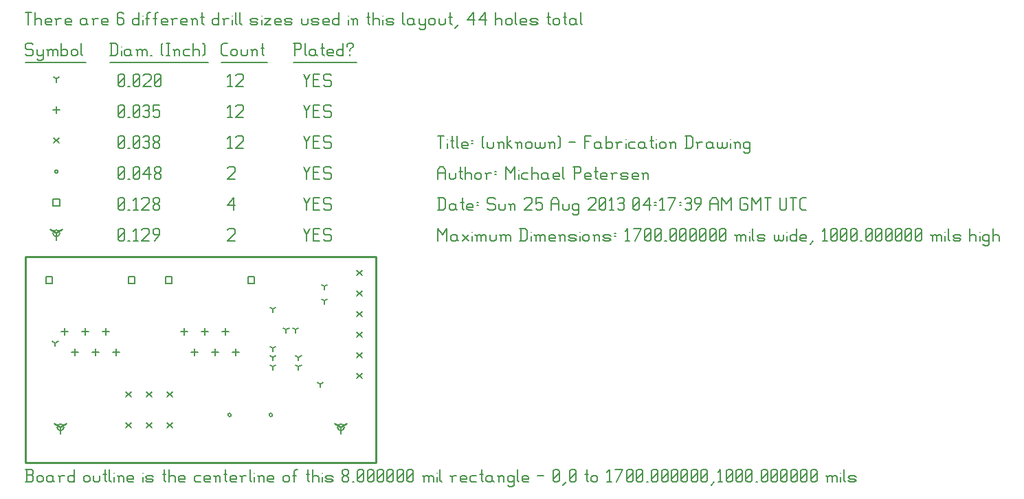
<source format=gbr>
G04 start of page 12 for group -3984 idx -3984 *
G04 Title: (unknown), fab *
G04 Creator: pcb 20110918 *
G04 CreationDate: Sun 25 Aug 2013 04:17:39 AM GMT UTC *
G04 For: railfan *
G04 Format: Gerber/RS-274X *
G04 PCB-Dimensions: 170000 100000 *
G04 PCB-Coordinate-Origin: lower left *
%MOIN*%
%FSLAX25Y25*%
%LNFAB*%
%ADD72C,0.0100*%
%ADD71C,0.0075*%
%ADD70C,0.0060*%
%ADD69C,0.0001*%
%ADD68R,0.0080X0.0080*%
G54D68*X153000Y17000D02*Y13800D01*
G54D69*G36*
X152454Y17147D02*X155920Y19146D01*
X156320Y18453D01*
X152853Y16454D01*
X152454Y17147D01*
G37*
G36*
X153147Y16454D02*X149680Y18453D01*
X150080Y19146D01*
X153546Y17147D01*
X153147Y16454D01*
G37*
G54D68*X151400Y17000D02*G75*G03X154600Y17000I1600J0D01*G01*
G75*G03X151400Y17000I-1600J0D01*G01*
X17000D02*Y13800D01*
G54D69*G36*
X16454Y17147D02*X19920Y19146D01*
X20320Y18453D01*
X16853Y16454D01*
X16454Y17147D01*
G37*
G36*
X17147Y16454D02*X13680Y18453D01*
X14080Y19146D01*
X17546Y17147D01*
X17147Y16454D01*
G37*
G54D68*X15400Y17000D02*G75*G03X18600Y17000I1600J0D01*G01*
G75*G03X15400Y17000I-1600J0D01*G01*
X15000Y111250D02*Y108050D01*
G54D69*G36*
X14454Y111397D02*X17920Y113396D01*
X18320Y112703D01*
X14853Y110704D01*
X14454Y111397D01*
G37*
G36*
X15147Y110704D02*X11680Y112703D01*
X12080Y113396D01*
X15546Y111397D01*
X15147Y110704D01*
G37*
G54D68*X13400Y111250D02*G75*G03X16600Y111250I1600J0D01*G01*
G75*G03X13400Y111250I-1600J0D01*G01*
G54D70*X135000Y113500D02*X136500Y110500D01*
X138000Y113500D01*
X136500Y110500D02*Y107500D01*
X139800Y110800D02*X142050D01*
X139800Y107500D02*X142800D01*
X139800Y113500D02*Y107500D01*
Y113500D02*X142800D01*
X147600D02*X148350Y112750D01*
X145350Y113500D02*X147600D01*
X144600Y112750D02*X145350Y113500D01*
X144600Y112750D02*Y111250D01*
X145350Y110500D01*
X147600D01*
X148350Y109750D01*
Y108250D01*
X147600Y107500D02*X148350Y108250D01*
X145350Y107500D02*X147600D01*
X144600Y108250D02*X145350Y107500D01*
X98000Y112750D02*X98750Y113500D01*
X101000D01*
X101750Y112750D01*
Y111250D01*
X98000Y107500D02*X101750Y111250D01*
X98000Y107500D02*X101750D01*
X45000Y108250D02*X45750Y107500D01*
X45000Y112750D02*Y108250D01*
Y112750D02*X45750Y113500D01*
X47250D01*
X48000Y112750D01*
Y108250D01*
X47250Y107500D02*X48000Y108250D01*
X45750Y107500D02*X47250D01*
X45000Y109000D02*X48000Y112000D01*
X49800Y107500D02*X50550D01*
X52350Y112300D02*X53550Y113500D01*
Y107500D01*
X52350D02*X54600D01*
X56400Y112750D02*X57150Y113500D01*
X59400D01*
X60150Y112750D01*
Y111250D01*
X56400Y107500D02*X60150Y111250D01*
X56400Y107500D02*X60150D01*
X62700D02*X64950Y110500D01*
Y112750D02*Y110500D01*
X64200Y113500D02*X64950Y112750D01*
X62700Y113500D02*X64200D01*
X61950Y112750D02*X62700Y113500D01*
X61950Y112750D02*Y111250D01*
X62700Y110500D01*
X64950D01*
X107900Y90100D02*X111100D01*
X107900D02*Y86900D01*
X111100D01*
Y90100D02*Y86900D01*
X67900Y90100D02*X71100D01*
X67900D02*Y86900D01*
X71100D01*
Y90100D02*Y86900D01*
X49900Y90100D02*X53100D01*
X49900D02*Y86900D01*
X53100D01*
Y90100D02*Y86900D01*
X9900Y90100D02*X13100D01*
X9900D02*Y86900D01*
X13100D01*
Y90100D02*Y86900D01*
X13400Y127850D02*X16600D01*
X13400D02*Y124650D01*
X16600D01*
Y127850D02*Y124650D01*
X135000Y128500D02*X136500Y125500D01*
X138000Y128500D01*
X136500Y125500D02*Y122500D01*
X139800Y125800D02*X142050D01*
X139800Y122500D02*X142800D01*
X139800Y128500D02*Y122500D01*
Y128500D02*X142800D01*
X147600D02*X148350Y127750D01*
X145350Y128500D02*X147600D01*
X144600Y127750D02*X145350Y128500D01*
X144600Y127750D02*Y126250D01*
X145350Y125500D01*
X147600D01*
X148350Y124750D01*
Y123250D01*
X147600Y122500D02*X148350Y123250D01*
X145350Y122500D02*X147600D01*
X144600Y123250D02*X145350Y122500D01*
X98000Y124750D02*X101000Y128500D01*
X98000Y124750D02*X101750D01*
X101000Y128500D02*Y122500D01*
X45000Y123250D02*X45750Y122500D01*
X45000Y127750D02*Y123250D01*
Y127750D02*X45750Y128500D01*
X47250D01*
X48000Y127750D01*
Y123250D01*
X47250Y122500D02*X48000Y123250D01*
X45750Y122500D02*X47250D01*
X45000Y124000D02*X48000Y127000D01*
X49800Y122500D02*X50550D01*
X52350Y127300D02*X53550Y128500D01*
Y122500D01*
X52350D02*X54600D01*
X56400Y127750D02*X57150Y128500D01*
X59400D01*
X60150Y127750D01*
Y126250D01*
X56400Y122500D02*X60150Y126250D01*
X56400Y122500D02*X60150D01*
X61950Y123250D02*X62700Y122500D01*
X61950Y124450D02*Y123250D01*
Y124450D02*X63000Y125500D01*
X63900D01*
X64950Y124450D01*
Y123250D01*
X64200Y122500D02*X64950Y123250D01*
X62700Y122500D02*X64200D01*
X61950Y126550D02*X63000Y125500D01*
X61950Y127750D02*Y126550D01*
Y127750D02*X62700Y128500D01*
X64200D01*
X64950Y127750D01*
Y126550D01*
X63900Y125500D02*X64950Y126550D01*
X98200Y23000D02*G75*G03X99800Y23000I800J0D01*G01*
G75*G03X98200Y23000I-800J0D01*G01*
X118200D02*G75*G03X119800Y23000I800J0D01*G01*
G75*G03X118200Y23000I-800J0D01*G01*
X14200Y141250D02*G75*G03X15800Y141250I800J0D01*G01*
G75*G03X14200Y141250I-800J0D01*G01*
X135000Y143500D02*X136500Y140500D01*
X138000Y143500D01*
X136500Y140500D02*Y137500D01*
X139800Y140800D02*X142050D01*
X139800Y137500D02*X142800D01*
X139800Y143500D02*Y137500D01*
Y143500D02*X142800D01*
X147600D02*X148350Y142750D01*
X145350Y143500D02*X147600D01*
X144600Y142750D02*X145350Y143500D01*
X144600Y142750D02*Y141250D01*
X145350Y140500D01*
X147600D01*
X148350Y139750D01*
Y138250D01*
X147600Y137500D02*X148350Y138250D01*
X145350Y137500D02*X147600D01*
X144600Y138250D02*X145350Y137500D01*
X98000Y142750D02*X98750Y143500D01*
X101000D01*
X101750Y142750D01*
Y141250D01*
X98000Y137500D02*X101750Y141250D01*
X98000Y137500D02*X101750D01*
X45000Y138250D02*X45750Y137500D01*
X45000Y142750D02*Y138250D01*
Y142750D02*X45750Y143500D01*
X47250D01*
X48000Y142750D01*
Y138250D01*
X47250Y137500D02*X48000Y138250D01*
X45750Y137500D02*X47250D01*
X45000Y139000D02*X48000Y142000D01*
X49800Y137500D02*X50550D01*
X52350Y138250D02*X53100Y137500D01*
X52350Y142750D02*Y138250D01*
Y142750D02*X53100Y143500D01*
X54600D01*
X55350Y142750D01*
Y138250D01*
X54600Y137500D02*X55350Y138250D01*
X53100Y137500D02*X54600D01*
X52350Y139000D02*X55350Y142000D01*
X57150Y139750D02*X60150Y143500D01*
X57150Y139750D02*X60900D01*
X60150Y143500D02*Y137500D01*
X62700Y138250D02*X63450Y137500D01*
X62700Y139450D02*Y138250D01*
Y139450D02*X63750Y140500D01*
X64650D01*
X65700Y139450D01*
Y138250D01*
X64950Y137500D02*X65700Y138250D01*
X63450Y137500D02*X64950D01*
X62700Y141550D02*X63750Y140500D01*
X62700Y142750D02*Y141550D01*
Y142750D02*X63450Y143500D01*
X64950D01*
X65700Y142750D01*
Y141550D01*
X64650Y140500D02*X65700Y141550D01*
X160800Y43200D02*X163200Y40800D01*
X160800D02*X163200Y43200D01*
X160800Y53200D02*X163200Y50800D01*
X160800D02*X163200Y53200D01*
X160800Y63200D02*X163200Y60800D01*
X160800D02*X163200Y63200D01*
X160800Y73200D02*X163200Y70800D01*
X160800D02*X163200Y73200D01*
X160800Y83200D02*X163200Y80800D01*
X160800D02*X163200Y83200D01*
X160800Y93200D02*X163200Y90800D01*
X160800D02*X163200Y93200D01*
X48800Y34200D02*X51200Y31800D01*
X48800D02*X51200Y34200D01*
X58800D02*X61200Y31800D01*
X58800D02*X61200Y34200D01*
X68800D02*X71200Y31800D01*
X68800D02*X71200Y34200D01*
X48800Y19200D02*X51200Y16800D01*
X48800D02*X51200Y19200D01*
X58800D02*X61200Y16800D01*
X58800D02*X61200Y19200D01*
X68800D02*X71200Y16800D01*
X68800D02*X71200Y19200D01*
X13800Y157450D02*X16200Y155050D01*
X13800D02*X16200Y157450D01*
X135000Y158500D02*X136500Y155500D01*
X138000Y158500D01*
X136500Y155500D02*Y152500D01*
X139800Y155800D02*X142050D01*
X139800Y152500D02*X142800D01*
X139800Y158500D02*Y152500D01*
Y158500D02*X142800D01*
X147600D02*X148350Y157750D01*
X145350Y158500D02*X147600D01*
X144600Y157750D02*X145350Y158500D01*
X144600Y157750D02*Y156250D01*
X145350Y155500D01*
X147600D01*
X148350Y154750D01*
Y153250D01*
X147600Y152500D02*X148350Y153250D01*
X145350Y152500D02*X147600D01*
X144600Y153250D02*X145350Y152500D01*
X98000Y157300D02*X99200Y158500D01*
Y152500D01*
X98000D02*X100250D01*
X102050Y157750D02*X102800Y158500D01*
X105050D01*
X105800Y157750D01*
Y156250D01*
X102050Y152500D02*X105800Y156250D01*
X102050Y152500D02*X105800D01*
X45000Y153250D02*X45750Y152500D01*
X45000Y157750D02*Y153250D01*
Y157750D02*X45750Y158500D01*
X47250D01*
X48000Y157750D01*
Y153250D01*
X47250Y152500D02*X48000Y153250D01*
X45750Y152500D02*X47250D01*
X45000Y154000D02*X48000Y157000D01*
X49800Y152500D02*X50550D01*
X52350Y153250D02*X53100Y152500D01*
X52350Y157750D02*Y153250D01*
Y157750D02*X53100Y158500D01*
X54600D01*
X55350Y157750D01*
Y153250D01*
X54600Y152500D02*X55350Y153250D01*
X53100Y152500D02*X54600D01*
X52350Y154000D02*X55350Y157000D01*
X57150Y157750D02*X57900Y158500D01*
X59400D01*
X60150Y157750D01*
X59400Y152500D02*X60150Y153250D01*
X57900Y152500D02*X59400D01*
X57150Y153250D02*X57900Y152500D01*
Y155800D02*X59400D01*
X60150Y157750D02*Y156550D01*
Y155050D02*Y153250D01*
Y155050D02*X59400Y155800D01*
X60150Y156550D02*X59400Y155800D01*
X61950Y153250D02*X62700Y152500D01*
X61950Y154450D02*Y153250D01*
Y154450D02*X63000Y155500D01*
X63900D01*
X64950Y154450D01*
Y153250D01*
X64200Y152500D02*X64950Y153250D01*
X62700Y152500D02*X64200D01*
X61950Y156550D02*X63000Y155500D01*
X61950Y157750D02*Y156550D01*
Y157750D02*X62700Y158500D01*
X64200D01*
X64950Y157750D01*
Y156550D01*
X63900Y155500D02*X64950Y156550D01*
X102000Y55100D02*Y51900D01*
X100400Y53500D02*X103600D01*
X97000Y65100D02*Y61900D01*
X95400Y63500D02*X98600D01*
X92000Y55100D02*Y51900D01*
X90400Y53500D02*X93600D01*
X87000Y65100D02*Y61900D01*
X85400Y63500D02*X88600D01*
X82000Y55100D02*Y51900D01*
X80400Y53500D02*X83600D01*
X77000Y65100D02*Y61900D01*
X75400Y63500D02*X78600D01*
X44000Y55100D02*Y51900D01*
X42400Y53500D02*X45600D01*
X39000Y65100D02*Y61900D01*
X37400Y63500D02*X40600D01*
X34000Y55100D02*Y51900D01*
X32400Y53500D02*X35600D01*
X29000Y65100D02*Y61900D01*
X27400Y63500D02*X30600D01*
X24000Y55100D02*Y51900D01*
X22400Y53500D02*X25600D01*
X19000Y65100D02*Y61900D01*
X17400Y63500D02*X20600D01*
X15000Y172850D02*Y169650D01*
X13400Y171250D02*X16600D01*
X135000Y173500D02*X136500Y170500D01*
X138000Y173500D01*
X136500Y170500D02*Y167500D01*
X139800Y170800D02*X142050D01*
X139800Y167500D02*X142800D01*
X139800Y173500D02*Y167500D01*
Y173500D02*X142800D01*
X147600D02*X148350Y172750D01*
X145350Y173500D02*X147600D01*
X144600Y172750D02*X145350Y173500D01*
X144600Y172750D02*Y171250D01*
X145350Y170500D01*
X147600D01*
X148350Y169750D01*
Y168250D01*
X147600Y167500D02*X148350Y168250D01*
X145350Y167500D02*X147600D01*
X144600Y168250D02*X145350Y167500D01*
X98000Y172300D02*X99200Y173500D01*
Y167500D01*
X98000D02*X100250D01*
X102050Y172750D02*X102800Y173500D01*
X105050D01*
X105800Y172750D01*
Y171250D01*
X102050Y167500D02*X105800Y171250D01*
X102050Y167500D02*X105800D01*
X45000Y168250D02*X45750Y167500D01*
X45000Y172750D02*Y168250D01*
Y172750D02*X45750Y173500D01*
X47250D01*
X48000Y172750D01*
Y168250D01*
X47250Y167500D02*X48000Y168250D01*
X45750Y167500D02*X47250D01*
X45000Y169000D02*X48000Y172000D01*
X49800Y167500D02*X50550D01*
X52350Y168250D02*X53100Y167500D01*
X52350Y172750D02*Y168250D01*
Y172750D02*X53100Y173500D01*
X54600D01*
X55350Y172750D01*
Y168250D01*
X54600Y167500D02*X55350Y168250D01*
X53100Y167500D02*X54600D01*
X52350Y169000D02*X55350Y172000D01*
X57150Y172750D02*X57900Y173500D01*
X59400D01*
X60150Y172750D01*
X59400Y167500D02*X60150Y168250D01*
X57900Y167500D02*X59400D01*
X57150Y168250D02*X57900Y167500D01*
Y170800D02*X59400D01*
X60150Y172750D02*Y171550D01*
Y170050D02*Y168250D01*
Y170050D02*X59400Y170800D01*
X60150Y171550D02*X59400Y170800D01*
X61950Y173500D02*X64950D01*
X61950D02*Y170500D01*
X62700Y171250D01*
X64200D01*
X64950Y170500D01*
Y168250D01*
X64200Y167500D02*X64950Y168250D01*
X62700Y167500D02*X64200D01*
X61950Y168250D02*X62700Y167500D01*
X143000Y38000D02*Y36400D01*
Y38000D02*X144387Y38800D01*
X143000Y38000D02*X141613Y38800D01*
X132500Y51000D02*Y49400D01*
Y51000D02*X133887Y51800D01*
X132500Y51000D02*X131113Y51800D01*
X120000Y74500D02*Y72900D01*
Y74500D02*X121387Y75300D01*
X120000Y74500D02*X118613Y75300D01*
X126500Y64500D02*Y62900D01*
Y64500D02*X127887Y65300D01*
X126500Y64500D02*X125113Y65300D01*
X131000Y64500D02*Y62900D01*
Y64500D02*X132387Y65300D01*
X131000Y64500D02*X129613Y65300D01*
X145000Y78500D02*Y76900D01*
Y78500D02*X146387Y79300D01*
X145000Y78500D02*X143613Y79300D01*
X145000Y85500D02*Y83900D01*
Y85500D02*X146387Y86300D01*
X145000Y85500D02*X143613Y86300D01*
X14500Y58000D02*Y56400D01*
Y58000D02*X15887Y58800D01*
X14500Y58000D02*X13113Y58800D01*
X120000Y51000D02*Y49400D01*
Y51000D02*X121387Y51800D01*
X120000Y51000D02*X118613Y51800D01*
X120000Y46500D02*Y44900D01*
Y46500D02*X121387Y47300D01*
X120000Y46500D02*X118613Y47300D01*
X120000Y55500D02*Y53900D01*
Y55500D02*X121387Y56300D01*
X120000Y55500D02*X118613Y56300D01*
X132500Y46500D02*Y44900D01*
Y46500D02*X133887Y47300D01*
X132500Y46500D02*X131113Y47300D01*
X15000Y186250D02*Y184650D01*
Y186250D02*X16387Y187050D01*
X15000Y186250D02*X13613Y187050D01*
X135000Y188500D02*X136500Y185500D01*
X138000Y188500D01*
X136500Y185500D02*Y182500D01*
X139800Y185800D02*X142050D01*
X139800Y182500D02*X142800D01*
X139800Y188500D02*Y182500D01*
Y188500D02*X142800D01*
X147600D02*X148350Y187750D01*
X145350Y188500D02*X147600D01*
X144600Y187750D02*X145350Y188500D01*
X144600Y187750D02*Y186250D01*
X145350Y185500D01*
X147600D01*
X148350Y184750D01*
Y183250D01*
X147600Y182500D02*X148350Y183250D01*
X145350Y182500D02*X147600D01*
X144600Y183250D02*X145350Y182500D01*
X98000Y187300D02*X99200Y188500D01*
Y182500D01*
X98000D02*X100250D01*
X102050Y187750D02*X102800Y188500D01*
X105050D01*
X105800Y187750D01*
Y186250D01*
X102050Y182500D02*X105800Y186250D01*
X102050Y182500D02*X105800D01*
X45000Y183250D02*X45750Y182500D01*
X45000Y187750D02*Y183250D01*
Y187750D02*X45750Y188500D01*
X47250D01*
X48000Y187750D01*
Y183250D01*
X47250Y182500D02*X48000Y183250D01*
X45750Y182500D02*X47250D01*
X45000Y184000D02*X48000Y187000D01*
X49800Y182500D02*X50550D01*
X52350Y183250D02*X53100Y182500D01*
X52350Y187750D02*Y183250D01*
Y187750D02*X53100Y188500D01*
X54600D01*
X55350Y187750D01*
Y183250D01*
X54600Y182500D02*X55350Y183250D01*
X53100Y182500D02*X54600D01*
X52350Y184000D02*X55350Y187000D01*
X57150Y187750D02*X57900Y188500D01*
X60150D01*
X60900Y187750D01*
Y186250D01*
X57150Y182500D02*X60900Y186250D01*
X57150Y182500D02*X60900D01*
X62700Y183250D02*X63450Y182500D01*
X62700Y187750D02*Y183250D01*
Y187750D02*X63450Y188500D01*
X64950D01*
X65700Y187750D01*
Y183250D01*
X64950Y182500D02*X65700Y183250D01*
X63450Y182500D02*X64950D01*
X62700Y184000D02*X65700Y187000D01*
X3000Y203500D02*X3750Y202750D01*
X750Y203500D02*X3000D01*
X0Y202750D02*X750Y203500D01*
X0Y202750D02*Y201250D01*
X750Y200500D01*
X3000D01*
X3750Y199750D01*
Y198250D01*
X3000Y197500D02*X3750Y198250D01*
X750Y197500D02*X3000D01*
X0Y198250D02*X750Y197500D01*
X5550Y200500D02*Y198250D01*
X6300Y197500D01*
X8550Y200500D02*Y196000D01*
X7800Y195250D02*X8550Y196000D01*
X6300Y195250D02*X7800D01*
X5550Y196000D02*X6300Y195250D01*
Y197500D02*X7800D01*
X8550Y198250D01*
X11100Y199750D02*Y197500D01*
Y199750D02*X11850Y200500D01*
X12600D01*
X13350Y199750D01*
Y197500D01*
Y199750D02*X14100Y200500D01*
X14850D01*
X15600Y199750D01*
Y197500D01*
X10350Y200500D02*X11100Y199750D01*
X17400Y203500D02*Y197500D01*
Y198250D02*X18150Y197500D01*
X19650D01*
X20400Y198250D01*
Y199750D02*Y198250D01*
X19650Y200500D02*X20400Y199750D01*
X18150Y200500D02*X19650D01*
X17400Y199750D02*X18150Y200500D01*
X22200Y199750D02*Y198250D01*
Y199750D02*X22950Y200500D01*
X24450D01*
X25200Y199750D01*
Y198250D01*
X24450Y197500D02*X25200Y198250D01*
X22950Y197500D02*X24450D01*
X22200Y198250D02*X22950Y197500D01*
X27000Y203500D02*Y198250D01*
X27750Y197500D01*
X0Y194250D02*X29250D01*
X41750Y203500D02*Y197500D01*
X43700Y203500D02*X44750Y202450D01*
Y198550D01*
X43700Y197500D02*X44750Y198550D01*
X41000Y197500D02*X43700D01*
X41000Y203500D02*X43700D01*
G54D71*X46550Y202000D02*Y201850D01*
G54D70*Y199750D02*Y197500D01*
X50300Y200500D02*X51050Y199750D01*
X48800Y200500D02*X50300D01*
X48050Y199750D02*X48800Y200500D01*
X48050Y199750D02*Y198250D01*
X48800Y197500D01*
X51050Y200500D02*Y198250D01*
X51800Y197500D01*
X48800D02*X50300D01*
X51050Y198250D01*
X54350Y199750D02*Y197500D01*
Y199750D02*X55100Y200500D01*
X55850D01*
X56600Y199750D01*
Y197500D01*
Y199750D02*X57350Y200500D01*
X58100D01*
X58850Y199750D01*
Y197500D01*
X53600Y200500D02*X54350Y199750D01*
X60650Y197500D02*X61400D01*
X65900Y198250D02*X66650Y197500D01*
X65900Y202750D02*X66650Y203500D01*
X65900Y202750D02*Y198250D01*
X68450Y203500D02*X69950D01*
X69200D02*Y197500D01*
X68450D02*X69950D01*
X72500Y199750D02*Y197500D01*
Y199750D02*X73250Y200500D01*
X74000D01*
X74750Y199750D01*
Y197500D01*
X71750Y200500D02*X72500Y199750D01*
X77300Y200500D02*X79550D01*
X76550Y199750D02*X77300Y200500D01*
X76550Y199750D02*Y198250D01*
X77300Y197500D01*
X79550D01*
X81350Y203500D02*Y197500D01*
Y199750D02*X82100Y200500D01*
X83600D01*
X84350Y199750D01*
Y197500D01*
X86150Y203500D02*X86900Y202750D01*
Y198250D01*
X86150Y197500D02*X86900Y198250D01*
X41000Y194250D02*X88700D01*
X96050Y197500D02*X98000D01*
X95000Y198550D02*X96050Y197500D01*
X95000Y202450D02*Y198550D01*
Y202450D02*X96050Y203500D01*
X98000D01*
X99800Y199750D02*Y198250D01*
Y199750D02*X100550Y200500D01*
X102050D01*
X102800Y199750D01*
Y198250D01*
X102050Y197500D02*X102800Y198250D01*
X100550Y197500D02*X102050D01*
X99800Y198250D02*X100550Y197500D01*
X104600Y200500D02*Y198250D01*
X105350Y197500D01*
X106850D01*
X107600Y198250D01*
Y200500D02*Y198250D01*
X110150Y199750D02*Y197500D01*
Y199750D02*X110900Y200500D01*
X111650D01*
X112400Y199750D01*
Y197500D01*
X109400Y200500D02*X110150Y199750D01*
X114950Y203500D02*Y198250D01*
X115700Y197500D01*
X114200Y201250D02*X115700D01*
X95000Y194250D02*X117200D01*
X130750Y203500D02*Y197500D01*
X130000Y203500D02*X133000D01*
X133750Y202750D01*
Y201250D01*
X133000Y200500D02*X133750Y201250D01*
X130750Y200500D02*X133000D01*
X135550Y203500D02*Y198250D01*
X136300Y197500D01*
X140050Y200500D02*X140800Y199750D01*
X138550Y200500D02*X140050D01*
X137800Y199750D02*X138550Y200500D01*
X137800Y199750D02*Y198250D01*
X138550Y197500D01*
X140800Y200500D02*Y198250D01*
X141550Y197500D01*
X138550D02*X140050D01*
X140800Y198250D01*
X144100Y203500D02*Y198250D01*
X144850Y197500D01*
X143350Y201250D02*X144850D01*
X147100Y197500D02*X149350D01*
X146350Y198250D02*X147100Y197500D01*
X146350Y199750D02*Y198250D01*
Y199750D02*X147100Y200500D01*
X148600D01*
X149350Y199750D01*
X146350Y199000D02*X149350D01*
Y199750D02*Y199000D01*
X154150Y203500D02*Y197500D01*
X153400D02*X154150Y198250D01*
X151900Y197500D02*X153400D01*
X151150Y198250D02*X151900Y197500D01*
X151150Y199750D02*Y198250D01*
Y199750D02*X151900Y200500D01*
X153400D01*
X154150Y199750D01*
X157450Y200500D02*Y199750D01*
Y198250D02*Y197500D01*
X155950Y202750D02*Y202000D01*
Y202750D02*X156700Y203500D01*
X158200D01*
X158950Y202750D01*
Y202000D01*
X157450Y200500D02*X158950Y202000D01*
X130000Y194250D02*X160750D01*
X0Y218500D02*X3000D01*
X1500D02*Y212500D01*
X4800Y218500D02*Y212500D01*
Y214750D02*X5550Y215500D01*
X7050D01*
X7800Y214750D01*
Y212500D01*
X10350D02*X12600D01*
X9600Y213250D02*X10350Y212500D01*
X9600Y214750D02*Y213250D01*
Y214750D02*X10350Y215500D01*
X11850D01*
X12600Y214750D01*
X9600Y214000D02*X12600D01*
Y214750D02*Y214000D01*
X15150Y214750D02*Y212500D01*
Y214750D02*X15900Y215500D01*
X17400D01*
X14400D02*X15150Y214750D01*
X19950Y212500D02*X22200D01*
X19200Y213250D02*X19950Y212500D01*
X19200Y214750D02*Y213250D01*
Y214750D02*X19950Y215500D01*
X21450D01*
X22200Y214750D01*
X19200Y214000D02*X22200D01*
Y214750D02*Y214000D01*
X28950Y215500D02*X29700Y214750D01*
X27450Y215500D02*X28950D01*
X26700Y214750D02*X27450Y215500D01*
X26700Y214750D02*Y213250D01*
X27450Y212500D01*
X29700Y215500D02*Y213250D01*
X30450Y212500D01*
X27450D02*X28950D01*
X29700Y213250D01*
X33000Y214750D02*Y212500D01*
Y214750D02*X33750Y215500D01*
X35250D01*
X32250D02*X33000Y214750D01*
X37800Y212500D02*X40050D01*
X37050Y213250D02*X37800Y212500D01*
X37050Y214750D02*Y213250D01*
Y214750D02*X37800Y215500D01*
X39300D01*
X40050Y214750D01*
X37050Y214000D02*X40050D01*
Y214750D02*Y214000D01*
X46800Y218500D02*X47550Y217750D01*
X45300Y218500D02*X46800D01*
X44550Y217750D02*X45300Y218500D01*
X44550Y217750D02*Y213250D01*
X45300Y212500D01*
X46800Y215800D02*X47550Y215050D01*
X44550Y215800D02*X46800D01*
X45300Y212500D02*X46800D01*
X47550Y213250D01*
Y215050D02*Y213250D01*
X55050Y218500D02*Y212500D01*
X54300D02*X55050Y213250D01*
X52800Y212500D02*X54300D01*
X52050Y213250D02*X52800Y212500D01*
X52050Y214750D02*Y213250D01*
Y214750D02*X52800Y215500D01*
X54300D01*
X55050Y214750D01*
G54D71*X56850Y217000D02*Y216850D01*
G54D70*Y214750D02*Y212500D01*
X59100Y217750D02*Y212500D01*
Y217750D02*X59850Y218500D01*
X60600D01*
X58350Y215500D02*X59850D01*
X62850Y217750D02*Y212500D01*
Y217750D02*X63600Y218500D01*
X64350D01*
X62100Y215500D02*X63600D01*
X66600Y212500D02*X68850D01*
X65850Y213250D02*X66600Y212500D01*
X65850Y214750D02*Y213250D01*
Y214750D02*X66600Y215500D01*
X68100D01*
X68850Y214750D01*
X65850Y214000D02*X68850D01*
Y214750D02*Y214000D01*
X71400Y214750D02*Y212500D01*
Y214750D02*X72150Y215500D01*
X73650D01*
X70650D02*X71400Y214750D01*
X76200Y212500D02*X78450D01*
X75450Y213250D02*X76200Y212500D01*
X75450Y214750D02*Y213250D01*
Y214750D02*X76200Y215500D01*
X77700D01*
X78450Y214750D01*
X75450Y214000D02*X78450D01*
Y214750D02*Y214000D01*
X81000Y214750D02*Y212500D01*
Y214750D02*X81750Y215500D01*
X82500D01*
X83250Y214750D01*
Y212500D01*
X80250Y215500D02*X81000Y214750D01*
X85800Y218500D02*Y213250D01*
X86550Y212500D01*
X85050Y216250D02*X86550D01*
X93750Y218500D02*Y212500D01*
X93000D02*X93750Y213250D01*
X91500Y212500D02*X93000D01*
X90750Y213250D02*X91500Y212500D01*
X90750Y214750D02*Y213250D01*
Y214750D02*X91500Y215500D01*
X93000D01*
X93750Y214750D01*
X96300D02*Y212500D01*
Y214750D02*X97050Y215500D01*
X98550D01*
X95550D02*X96300Y214750D01*
G54D71*X100350Y217000D02*Y216850D01*
G54D70*Y214750D02*Y212500D01*
X101850Y218500D02*Y213250D01*
X102600Y212500D01*
X104100Y218500D02*Y213250D01*
X104850Y212500D01*
X109800D02*X112050D01*
X112800Y213250D01*
X112050Y214000D02*X112800Y213250D01*
X109800Y214000D02*X112050D01*
X109050Y214750D02*X109800Y214000D01*
X109050Y214750D02*X109800Y215500D01*
X112050D01*
X112800Y214750D01*
X109050Y213250D02*X109800Y212500D01*
G54D71*X114600Y217000D02*Y216850D01*
G54D70*Y214750D02*Y212500D01*
X116100Y215500D02*X119100D01*
X116100Y212500D02*X119100Y215500D01*
X116100Y212500D02*X119100D01*
X121650D02*X123900D01*
X120900Y213250D02*X121650Y212500D01*
X120900Y214750D02*Y213250D01*
Y214750D02*X121650Y215500D01*
X123150D01*
X123900Y214750D01*
X120900Y214000D02*X123900D01*
Y214750D02*Y214000D01*
X126450Y212500D02*X128700D01*
X129450Y213250D01*
X128700Y214000D02*X129450Y213250D01*
X126450Y214000D02*X128700D01*
X125700Y214750D02*X126450Y214000D01*
X125700Y214750D02*X126450Y215500D01*
X128700D01*
X129450Y214750D01*
X125700Y213250D02*X126450Y212500D01*
X133950Y215500D02*Y213250D01*
X134700Y212500D01*
X136200D01*
X136950Y213250D01*
Y215500D02*Y213250D01*
X139500Y212500D02*X141750D01*
X142500Y213250D01*
X141750Y214000D02*X142500Y213250D01*
X139500Y214000D02*X141750D01*
X138750Y214750D02*X139500Y214000D01*
X138750Y214750D02*X139500Y215500D01*
X141750D01*
X142500Y214750D01*
X138750Y213250D02*X139500Y212500D01*
X145050D02*X147300D01*
X144300Y213250D02*X145050Y212500D01*
X144300Y214750D02*Y213250D01*
Y214750D02*X145050Y215500D01*
X146550D01*
X147300Y214750D01*
X144300Y214000D02*X147300D01*
Y214750D02*Y214000D01*
X152100Y218500D02*Y212500D01*
X151350D02*X152100Y213250D01*
X149850Y212500D02*X151350D01*
X149100Y213250D02*X149850Y212500D01*
X149100Y214750D02*Y213250D01*
Y214750D02*X149850Y215500D01*
X151350D01*
X152100Y214750D01*
G54D71*X156600Y217000D02*Y216850D01*
G54D70*Y214750D02*Y212500D01*
X158850Y214750D02*Y212500D01*
Y214750D02*X159600Y215500D01*
X160350D01*
X161100Y214750D01*
Y212500D01*
X158100Y215500D02*X158850Y214750D01*
X166350Y218500D02*Y213250D01*
X167100Y212500D01*
X165600Y216250D02*X167100D01*
X168600Y218500D02*Y212500D01*
Y214750D02*X169350Y215500D01*
X170850D01*
X171600Y214750D01*
Y212500D01*
G54D71*X173400Y217000D02*Y216850D01*
G54D70*Y214750D02*Y212500D01*
X175650D02*X177900D01*
X178650Y213250D01*
X177900Y214000D02*X178650Y213250D01*
X175650Y214000D02*X177900D01*
X174900Y214750D02*X175650Y214000D01*
X174900Y214750D02*X175650Y215500D01*
X177900D01*
X178650Y214750D01*
X174900Y213250D02*X175650Y212500D01*
X183150Y218500D02*Y213250D01*
X183900Y212500D01*
X187650Y215500D02*X188400Y214750D01*
X186150Y215500D02*X187650D01*
X185400Y214750D02*X186150Y215500D01*
X185400Y214750D02*Y213250D01*
X186150Y212500D01*
X188400Y215500D02*Y213250D01*
X189150Y212500D01*
X186150D02*X187650D01*
X188400Y213250D01*
X190950Y215500D02*Y213250D01*
X191700Y212500D01*
X193950Y215500D02*Y211000D01*
X193200Y210250D02*X193950Y211000D01*
X191700Y210250D02*X193200D01*
X190950Y211000D02*X191700Y210250D01*
Y212500D02*X193200D01*
X193950Y213250D01*
X195750Y214750D02*Y213250D01*
Y214750D02*X196500Y215500D01*
X198000D01*
X198750Y214750D01*
Y213250D01*
X198000Y212500D02*X198750Y213250D01*
X196500Y212500D02*X198000D01*
X195750Y213250D02*X196500Y212500D01*
X200550Y215500D02*Y213250D01*
X201300Y212500D01*
X202800D01*
X203550Y213250D01*
Y215500D02*Y213250D01*
X206100Y218500D02*Y213250D01*
X206850Y212500D01*
X205350Y216250D02*X206850D01*
X208350Y211000D02*X209850Y212500D01*
X214350Y214750D02*X217350Y218500D01*
X214350Y214750D02*X218100D01*
X217350Y218500D02*Y212500D01*
X219900Y214750D02*X222900Y218500D01*
X219900Y214750D02*X223650D01*
X222900Y218500D02*Y212500D01*
X228150Y218500D02*Y212500D01*
Y214750D02*X228900Y215500D01*
X230400D01*
X231150Y214750D01*
Y212500D01*
X232950Y214750D02*Y213250D01*
Y214750D02*X233700Y215500D01*
X235200D01*
X235950Y214750D01*
Y213250D01*
X235200Y212500D02*X235950Y213250D01*
X233700Y212500D02*X235200D01*
X232950Y213250D02*X233700Y212500D01*
X237750Y218500D02*Y213250D01*
X238500Y212500D01*
X240750D02*X243000D01*
X240000Y213250D02*X240750Y212500D01*
X240000Y214750D02*Y213250D01*
Y214750D02*X240750Y215500D01*
X242250D01*
X243000Y214750D01*
X240000Y214000D02*X243000D01*
Y214750D02*Y214000D01*
X245550Y212500D02*X247800D01*
X248550Y213250D01*
X247800Y214000D02*X248550Y213250D01*
X245550Y214000D02*X247800D01*
X244800Y214750D02*X245550Y214000D01*
X244800Y214750D02*X245550Y215500D01*
X247800D01*
X248550Y214750D01*
X244800Y213250D02*X245550Y212500D01*
X253800Y218500D02*Y213250D01*
X254550Y212500D01*
X253050Y216250D02*X254550D01*
X256050Y214750D02*Y213250D01*
Y214750D02*X256800Y215500D01*
X258300D01*
X259050Y214750D01*
Y213250D01*
X258300Y212500D02*X259050Y213250D01*
X256800Y212500D02*X258300D01*
X256050Y213250D02*X256800Y212500D01*
X261600Y218500D02*Y213250D01*
X262350Y212500D01*
X260850Y216250D02*X262350D01*
X266100Y215500D02*X266850Y214750D01*
X264600Y215500D02*X266100D01*
X263850Y214750D02*X264600Y215500D01*
X263850Y214750D02*Y213250D01*
X264600Y212500D01*
X266850Y215500D02*Y213250D01*
X267600Y212500D01*
X264600D02*X266100D01*
X266850Y213250D01*
X269400Y218500D02*Y213250D01*
X270150Y212500D01*
G54D72*X0Y100000D02*X170000D01*
X0D02*Y0D01*
X170000Y100000D02*Y0D01*
X0D02*X170000D01*
G54D70*X200000Y113500D02*Y107500D01*
Y113500D02*X202250Y110500D01*
X204500Y113500D01*
Y107500D01*
X208550Y110500D02*X209300Y109750D01*
X207050Y110500D02*X208550D01*
X206300Y109750D02*X207050Y110500D01*
X206300Y109750D02*Y108250D01*
X207050Y107500D01*
X209300Y110500D02*Y108250D01*
X210050Y107500D01*
X207050D02*X208550D01*
X209300Y108250D01*
X211850Y110500D02*X214850Y107500D01*
X211850D02*X214850Y110500D01*
G54D71*X216650Y112000D02*Y111850D01*
G54D70*Y109750D02*Y107500D01*
X218900Y109750D02*Y107500D01*
Y109750D02*X219650Y110500D01*
X220400D01*
X221150Y109750D01*
Y107500D01*
Y109750D02*X221900Y110500D01*
X222650D01*
X223400Y109750D01*
Y107500D01*
X218150Y110500D02*X218900Y109750D01*
X225200Y110500D02*Y108250D01*
X225950Y107500D01*
X227450D01*
X228200Y108250D01*
Y110500D02*Y108250D01*
X230750Y109750D02*Y107500D01*
Y109750D02*X231500Y110500D01*
X232250D01*
X233000Y109750D01*
Y107500D01*
Y109750D02*X233750Y110500D01*
X234500D01*
X235250Y109750D01*
Y107500D01*
X230000Y110500D02*X230750Y109750D01*
X240500Y113500D02*Y107500D01*
X242450Y113500D02*X243500Y112450D01*
Y108550D01*
X242450Y107500D02*X243500Y108550D01*
X239750Y107500D02*X242450D01*
X239750Y113500D02*X242450D01*
G54D71*X245300Y112000D02*Y111850D01*
G54D70*Y109750D02*Y107500D01*
X247550Y109750D02*Y107500D01*
Y109750D02*X248300Y110500D01*
X249050D01*
X249800Y109750D01*
Y107500D01*
Y109750D02*X250550Y110500D01*
X251300D01*
X252050Y109750D01*
Y107500D01*
X246800Y110500D02*X247550Y109750D01*
X254600Y107500D02*X256850D01*
X253850Y108250D02*X254600Y107500D01*
X253850Y109750D02*Y108250D01*
Y109750D02*X254600Y110500D01*
X256100D01*
X256850Y109750D01*
X253850Y109000D02*X256850D01*
Y109750D02*Y109000D01*
X259400Y109750D02*Y107500D01*
Y109750D02*X260150Y110500D01*
X260900D01*
X261650Y109750D01*
Y107500D01*
X258650Y110500D02*X259400Y109750D01*
X264200Y107500D02*X266450D01*
X267200Y108250D01*
X266450Y109000D02*X267200Y108250D01*
X264200Y109000D02*X266450D01*
X263450Y109750D02*X264200Y109000D01*
X263450Y109750D02*X264200Y110500D01*
X266450D01*
X267200Y109750D01*
X263450Y108250D02*X264200Y107500D01*
G54D71*X269000Y112000D02*Y111850D01*
G54D70*Y109750D02*Y107500D01*
X270500Y109750D02*Y108250D01*
Y109750D02*X271250Y110500D01*
X272750D01*
X273500Y109750D01*
Y108250D01*
X272750Y107500D02*X273500Y108250D01*
X271250Y107500D02*X272750D01*
X270500Y108250D02*X271250Y107500D01*
X276050Y109750D02*Y107500D01*
Y109750D02*X276800Y110500D01*
X277550D01*
X278300Y109750D01*
Y107500D01*
X275300Y110500D02*X276050Y109750D01*
X280850Y107500D02*X283100D01*
X283850Y108250D01*
X283100Y109000D02*X283850Y108250D01*
X280850Y109000D02*X283100D01*
X280100Y109750D02*X280850Y109000D01*
X280100Y109750D02*X280850Y110500D01*
X283100D01*
X283850Y109750D01*
X280100Y108250D02*X280850Y107500D01*
X285650Y111250D02*X286400D01*
X285650Y109750D02*X286400D01*
X290900Y112300D02*X292100Y113500D01*
Y107500D01*
X290900D02*X293150D01*
X295700D02*X298700Y113500D01*
X294950D02*X298700D01*
X300500Y108250D02*X301250Y107500D01*
X300500Y112750D02*Y108250D01*
Y112750D02*X301250Y113500D01*
X302750D01*
X303500Y112750D01*
Y108250D01*
X302750Y107500D02*X303500Y108250D01*
X301250Y107500D02*X302750D01*
X300500Y109000D02*X303500Y112000D01*
X305300Y108250D02*X306050Y107500D01*
X305300Y112750D02*Y108250D01*
Y112750D02*X306050Y113500D01*
X307550D01*
X308300Y112750D01*
Y108250D01*
X307550Y107500D02*X308300Y108250D01*
X306050Y107500D02*X307550D01*
X305300Y109000D02*X308300Y112000D01*
X310100Y107500D02*X310850D01*
X312650Y108250D02*X313400Y107500D01*
X312650Y112750D02*Y108250D01*
Y112750D02*X313400Y113500D01*
X314900D01*
X315650Y112750D01*
Y108250D01*
X314900Y107500D02*X315650Y108250D01*
X313400Y107500D02*X314900D01*
X312650Y109000D02*X315650Y112000D01*
X317450Y108250D02*X318200Y107500D01*
X317450Y112750D02*Y108250D01*
Y112750D02*X318200Y113500D01*
X319700D01*
X320450Y112750D01*
Y108250D01*
X319700Y107500D02*X320450Y108250D01*
X318200Y107500D02*X319700D01*
X317450Y109000D02*X320450Y112000D01*
X322250Y108250D02*X323000Y107500D01*
X322250Y112750D02*Y108250D01*
Y112750D02*X323000Y113500D01*
X324500D01*
X325250Y112750D01*
Y108250D01*
X324500Y107500D02*X325250Y108250D01*
X323000Y107500D02*X324500D01*
X322250Y109000D02*X325250Y112000D01*
X327050Y108250D02*X327800Y107500D01*
X327050Y112750D02*Y108250D01*
Y112750D02*X327800Y113500D01*
X329300D01*
X330050Y112750D01*
Y108250D01*
X329300Y107500D02*X330050Y108250D01*
X327800Y107500D02*X329300D01*
X327050Y109000D02*X330050Y112000D01*
X331850Y108250D02*X332600Y107500D01*
X331850Y112750D02*Y108250D01*
Y112750D02*X332600Y113500D01*
X334100D01*
X334850Y112750D01*
Y108250D01*
X334100Y107500D02*X334850Y108250D01*
X332600Y107500D02*X334100D01*
X331850Y109000D02*X334850Y112000D01*
X336650Y108250D02*X337400Y107500D01*
X336650Y112750D02*Y108250D01*
Y112750D02*X337400Y113500D01*
X338900D01*
X339650Y112750D01*
Y108250D01*
X338900Y107500D02*X339650Y108250D01*
X337400Y107500D02*X338900D01*
X336650Y109000D02*X339650Y112000D01*
X344900Y109750D02*Y107500D01*
Y109750D02*X345650Y110500D01*
X346400D01*
X347150Y109750D01*
Y107500D01*
Y109750D02*X347900Y110500D01*
X348650D01*
X349400Y109750D01*
Y107500D01*
X344150Y110500D02*X344900Y109750D01*
G54D71*X351200Y112000D02*Y111850D01*
G54D70*Y109750D02*Y107500D01*
X352700Y113500D02*Y108250D01*
X353450Y107500D01*
X355700D02*X357950D01*
X358700Y108250D01*
X357950Y109000D02*X358700Y108250D01*
X355700Y109000D02*X357950D01*
X354950Y109750D02*X355700Y109000D01*
X354950Y109750D02*X355700Y110500D01*
X357950D01*
X358700Y109750D01*
X354950Y108250D02*X355700Y107500D01*
X363200Y110500D02*Y108250D01*
X363950Y107500D01*
X364700D01*
X365450Y108250D01*
Y110500D02*Y108250D01*
X366200Y107500D01*
X366950D01*
X367700Y108250D01*
Y110500D02*Y108250D01*
G54D71*X369500Y112000D02*Y111850D01*
G54D70*Y109750D02*Y107500D01*
X374000Y113500D02*Y107500D01*
X373250D02*X374000Y108250D01*
X371750Y107500D02*X373250D01*
X371000Y108250D02*X371750Y107500D01*
X371000Y109750D02*Y108250D01*
Y109750D02*X371750Y110500D01*
X373250D01*
X374000Y109750D01*
X376550Y107500D02*X378800D01*
X375800Y108250D02*X376550Y107500D01*
X375800Y109750D02*Y108250D01*
Y109750D02*X376550Y110500D01*
X378050D01*
X378800Y109750D01*
X375800Y109000D02*X378800D01*
Y109750D02*Y109000D01*
X380600Y106000D02*X382100Y107500D01*
X386600Y112300D02*X387800Y113500D01*
Y107500D01*
X386600D02*X388850D01*
X390650Y108250D02*X391400Y107500D01*
X390650Y112750D02*Y108250D01*
Y112750D02*X391400Y113500D01*
X392900D01*
X393650Y112750D01*
Y108250D01*
X392900Y107500D02*X393650Y108250D01*
X391400Y107500D02*X392900D01*
X390650Y109000D02*X393650Y112000D01*
X395450Y108250D02*X396200Y107500D01*
X395450Y112750D02*Y108250D01*
Y112750D02*X396200Y113500D01*
X397700D01*
X398450Y112750D01*
Y108250D01*
X397700Y107500D02*X398450Y108250D01*
X396200Y107500D02*X397700D01*
X395450Y109000D02*X398450Y112000D01*
X400250Y108250D02*X401000Y107500D01*
X400250Y112750D02*Y108250D01*
Y112750D02*X401000Y113500D01*
X402500D01*
X403250Y112750D01*
Y108250D01*
X402500Y107500D02*X403250Y108250D01*
X401000Y107500D02*X402500D01*
X400250Y109000D02*X403250Y112000D01*
X405050Y107500D02*X405800D01*
X407600Y108250D02*X408350Y107500D01*
X407600Y112750D02*Y108250D01*
Y112750D02*X408350Y113500D01*
X409850D01*
X410600Y112750D01*
Y108250D01*
X409850Y107500D02*X410600Y108250D01*
X408350Y107500D02*X409850D01*
X407600Y109000D02*X410600Y112000D01*
X412400Y108250D02*X413150Y107500D01*
X412400Y112750D02*Y108250D01*
Y112750D02*X413150Y113500D01*
X414650D01*
X415400Y112750D01*
Y108250D01*
X414650Y107500D02*X415400Y108250D01*
X413150Y107500D02*X414650D01*
X412400Y109000D02*X415400Y112000D01*
X417200Y108250D02*X417950Y107500D01*
X417200Y112750D02*Y108250D01*
Y112750D02*X417950Y113500D01*
X419450D01*
X420200Y112750D01*
Y108250D01*
X419450Y107500D02*X420200Y108250D01*
X417950Y107500D02*X419450D01*
X417200Y109000D02*X420200Y112000D01*
X422000Y108250D02*X422750Y107500D01*
X422000Y112750D02*Y108250D01*
Y112750D02*X422750Y113500D01*
X424250D01*
X425000Y112750D01*
Y108250D01*
X424250Y107500D02*X425000Y108250D01*
X422750Y107500D02*X424250D01*
X422000Y109000D02*X425000Y112000D01*
X426800Y108250D02*X427550Y107500D01*
X426800Y112750D02*Y108250D01*
Y112750D02*X427550Y113500D01*
X429050D01*
X429800Y112750D01*
Y108250D01*
X429050Y107500D02*X429800Y108250D01*
X427550Y107500D02*X429050D01*
X426800Y109000D02*X429800Y112000D01*
X431600Y108250D02*X432350Y107500D01*
X431600Y112750D02*Y108250D01*
Y112750D02*X432350Y113500D01*
X433850D01*
X434600Y112750D01*
Y108250D01*
X433850Y107500D02*X434600Y108250D01*
X432350Y107500D02*X433850D01*
X431600Y109000D02*X434600Y112000D01*
X439850Y109750D02*Y107500D01*
Y109750D02*X440600Y110500D01*
X441350D01*
X442100Y109750D01*
Y107500D01*
Y109750D02*X442850Y110500D01*
X443600D01*
X444350Y109750D01*
Y107500D01*
X439100Y110500D02*X439850Y109750D01*
G54D71*X446150Y112000D02*Y111850D01*
G54D70*Y109750D02*Y107500D01*
X447650Y113500D02*Y108250D01*
X448400Y107500D01*
X450650D02*X452900D01*
X453650Y108250D01*
X452900Y109000D02*X453650Y108250D01*
X450650Y109000D02*X452900D01*
X449900Y109750D02*X450650Y109000D01*
X449900Y109750D02*X450650Y110500D01*
X452900D01*
X453650Y109750D01*
X449900Y108250D02*X450650Y107500D01*
X458150Y113500D02*Y107500D01*
Y109750D02*X458900Y110500D01*
X460400D01*
X461150Y109750D01*
Y107500D01*
G54D71*X462950Y112000D02*Y111850D01*
G54D70*Y109750D02*Y107500D01*
X466700Y110500D02*X467450Y109750D01*
X465200Y110500D02*X466700D01*
X464450Y109750D02*X465200Y110500D01*
X464450Y109750D02*Y108250D01*
X465200Y107500D01*
X466700D01*
X467450Y108250D01*
X464450Y106000D02*X465200Y105250D01*
X466700D01*
X467450Y106000D01*
Y110500D02*Y106000D01*
X469250Y113500D02*Y107500D01*
Y109750D02*X470000Y110500D01*
X471500D01*
X472250Y109750D01*
Y107500D01*
X0Y-9500D02*X3000D01*
X3750Y-8750D01*
Y-6950D02*Y-8750D01*
X3000Y-6200D02*X3750Y-6950D01*
X750Y-6200D02*X3000D01*
X750Y-3500D02*Y-9500D01*
X0Y-3500D02*X3000D01*
X3750Y-4250D01*
Y-5450D01*
X3000Y-6200D02*X3750Y-5450D01*
X5550Y-7250D02*Y-8750D01*
Y-7250D02*X6300Y-6500D01*
X7800D01*
X8550Y-7250D01*
Y-8750D01*
X7800Y-9500D02*X8550Y-8750D01*
X6300Y-9500D02*X7800D01*
X5550Y-8750D02*X6300Y-9500D01*
X12600Y-6500D02*X13350Y-7250D01*
X11100Y-6500D02*X12600D01*
X10350Y-7250D02*X11100Y-6500D01*
X10350Y-7250D02*Y-8750D01*
X11100Y-9500D01*
X13350Y-6500D02*Y-8750D01*
X14100Y-9500D01*
X11100D02*X12600D01*
X13350Y-8750D01*
X16650Y-7250D02*Y-9500D01*
Y-7250D02*X17400Y-6500D01*
X18900D01*
X15900D02*X16650Y-7250D01*
X23700Y-3500D02*Y-9500D01*
X22950D02*X23700Y-8750D01*
X21450Y-9500D02*X22950D01*
X20700Y-8750D02*X21450Y-9500D01*
X20700Y-7250D02*Y-8750D01*
Y-7250D02*X21450Y-6500D01*
X22950D01*
X23700Y-7250D01*
X28200D02*Y-8750D01*
Y-7250D02*X28950Y-6500D01*
X30450D01*
X31200Y-7250D01*
Y-8750D01*
X30450Y-9500D02*X31200Y-8750D01*
X28950Y-9500D02*X30450D01*
X28200Y-8750D02*X28950Y-9500D01*
X33000Y-6500D02*Y-8750D01*
X33750Y-9500D01*
X35250D01*
X36000Y-8750D01*
Y-6500D02*Y-8750D01*
X38550Y-3500D02*Y-8750D01*
X39300Y-9500D01*
X37800Y-5750D02*X39300D01*
X40800Y-3500D02*Y-8750D01*
X41550Y-9500D01*
G54D71*X43050Y-5000D02*Y-5150D01*
G54D70*Y-7250D02*Y-9500D01*
X45300Y-7250D02*Y-9500D01*
Y-7250D02*X46050Y-6500D01*
X46800D01*
X47550Y-7250D01*
Y-9500D01*
X44550Y-6500D02*X45300Y-7250D01*
X50100Y-9500D02*X52350D01*
X49350Y-8750D02*X50100Y-9500D01*
X49350Y-7250D02*Y-8750D01*
Y-7250D02*X50100Y-6500D01*
X51600D01*
X52350Y-7250D01*
X49350Y-8000D02*X52350D01*
Y-7250D02*Y-8000D01*
G54D71*X56850Y-5000D02*Y-5150D01*
G54D70*Y-7250D02*Y-9500D01*
X59100D02*X61350D01*
X62100Y-8750D01*
X61350Y-8000D02*X62100Y-8750D01*
X59100Y-8000D02*X61350D01*
X58350Y-7250D02*X59100Y-8000D01*
X58350Y-7250D02*X59100Y-6500D01*
X61350D01*
X62100Y-7250D01*
X58350Y-8750D02*X59100Y-9500D01*
X67350Y-3500D02*Y-8750D01*
X68100Y-9500D01*
X66600Y-5750D02*X68100D01*
X69600Y-3500D02*Y-9500D01*
Y-7250D02*X70350Y-6500D01*
X71850D01*
X72600Y-7250D01*
Y-9500D01*
X75150D02*X77400D01*
X74400Y-8750D02*X75150Y-9500D01*
X74400Y-7250D02*Y-8750D01*
Y-7250D02*X75150Y-6500D01*
X76650D01*
X77400Y-7250D01*
X74400Y-8000D02*X77400D01*
Y-7250D02*Y-8000D01*
X82650Y-6500D02*X84900D01*
X81900Y-7250D02*X82650Y-6500D01*
X81900Y-7250D02*Y-8750D01*
X82650Y-9500D01*
X84900D01*
X87450D02*X89700D01*
X86700Y-8750D02*X87450Y-9500D01*
X86700Y-7250D02*Y-8750D01*
Y-7250D02*X87450Y-6500D01*
X88950D01*
X89700Y-7250D01*
X86700Y-8000D02*X89700D01*
Y-7250D02*Y-8000D01*
X92250Y-7250D02*Y-9500D01*
Y-7250D02*X93000Y-6500D01*
X93750D01*
X94500Y-7250D01*
Y-9500D01*
X91500Y-6500D02*X92250Y-7250D01*
X97050Y-3500D02*Y-8750D01*
X97800Y-9500D01*
X96300Y-5750D02*X97800D01*
X100050Y-9500D02*X102300D01*
X99300Y-8750D02*X100050Y-9500D01*
X99300Y-7250D02*Y-8750D01*
Y-7250D02*X100050Y-6500D01*
X101550D01*
X102300Y-7250D01*
X99300Y-8000D02*X102300D01*
Y-7250D02*Y-8000D01*
X104850Y-7250D02*Y-9500D01*
Y-7250D02*X105600Y-6500D01*
X107100D01*
X104100D02*X104850Y-7250D01*
X108900Y-3500D02*Y-8750D01*
X109650Y-9500D01*
G54D71*X111150Y-5000D02*Y-5150D01*
G54D70*Y-7250D02*Y-9500D01*
X113400Y-7250D02*Y-9500D01*
Y-7250D02*X114150Y-6500D01*
X114900D01*
X115650Y-7250D01*
Y-9500D01*
X112650Y-6500D02*X113400Y-7250D01*
X118200Y-9500D02*X120450D01*
X117450Y-8750D02*X118200Y-9500D01*
X117450Y-7250D02*Y-8750D01*
Y-7250D02*X118200Y-6500D01*
X119700D01*
X120450Y-7250D01*
X117450Y-8000D02*X120450D01*
Y-7250D02*Y-8000D01*
X124950Y-7250D02*Y-8750D01*
Y-7250D02*X125700Y-6500D01*
X127200D01*
X127950Y-7250D01*
Y-8750D01*
X127200Y-9500D02*X127950Y-8750D01*
X125700Y-9500D02*X127200D01*
X124950Y-8750D02*X125700Y-9500D01*
X130500Y-4250D02*Y-9500D01*
Y-4250D02*X131250Y-3500D01*
X132000D01*
X129750Y-6500D02*X131250D01*
X136950Y-3500D02*Y-8750D01*
X137700Y-9500D01*
X136200Y-5750D02*X137700D01*
X139200Y-3500D02*Y-9500D01*
Y-7250D02*X139950Y-6500D01*
X141450D01*
X142200Y-7250D01*
Y-9500D01*
G54D71*X144000Y-5000D02*Y-5150D01*
G54D70*Y-7250D02*Y-9500D01*
X146250D02*X148500D01*
X149250Y-8750D01*
X148500Y-8000D02*X149250Y-8750D01*
X146250Y-8000D02*X148500D01*
X145500Y-7250D02*X146250Y-8000D01*
X145500Y-7250D02*X146250Y-6500D01*
X148500D01*
X149250Y-7250D01*
X145500Y-8750D02*X146250Y-9500D01*
X153750Y-8750D02*X154500Y-9500D01*
X153750Y-7550D02*Y-8750D01*
Y-7550D02*X154800Y-6500D01*
X155700D01*
X156750Y-7550D01*
Y-8750D01*
X156000Y-9500D02*X156750Y-8750D01*
X154500Y-9500D02*X156000D01*
X153750Y-5450D02*X154800Y-6500D01*
X153750Y-4250D02*Y-5450D01*
Y-4250D02*X154500Y-3500D01*
X156000D01*
X156750Y-4250D01*
Y-5450D01*
X155700Y-6500D02*X156750Y-5450D01*
X158550Y-9500D02*X159300D01*
X161100Y-8750D02*X161850Y-9500D01*
X161100Y-4250D02*Y-8750D01*
Y-4250D02*X161850Y-3500D01*
X163350D01*
X164100Y-4250D01*
Y-8750D01*
X163350Y-9500D02*X164100Y-8750D01*
X161850Y-9500D02*X163350D01*
X161100Y-8000D02*X164100Y-5000D01*
X165900Y-8750D02*X166650Y-9500D01*
X165900Y-4250D02*Y-8750D01*
Y-4250D02*X166650Y-3500D01*
X168150D01*
X168900Y-4250D01*
Y-8750D01*
X168150Y-9500D02*X168900Y-8750D01*
X166650Y-9500D02*X168150D01*
X165900Y-8000D02*X168900Y-5000D01*
X170700Y-8750D02*X171450Y-9500D01*
X170700Y-4250D02*Y-8750D01*
Y-4250D02*X171450Y-3500D01*
X172950D01*
X173700Y-4250D01*
Y-8750D01*
X172950Y-9500D02*X173700Y-8750D01*
X171450Y-9500D02*X172950D01*
X170700Y-8000D02*X173700Y-5000D01*
X175500Y-8750D02*X176250Y-9500D01*
X175500Y-4250D02*Y-8750D01*
Y-4250D02*X176250Y-3500D01*
X177750D01*
X178500Y-4250D01*
Y-8750D01*
X177750Y-9500D02*X178500Y-8750D01*
X176250Y-9500D02*X177750D01*
X175500Y-8000D02*X178500Y-5000D01*
X180300Y-8750D02*X181050Y-9500D01*
X180300Y-4250D02*Y-8750D01*
Y-4250D02*X181050Y-3500D01*
X182550D01*
X183300Y-4250D01*
Y-8750D01*
X182550Y-9500D02*X183300Y-8750D01*
X181050Y-9500D02*X182550D01*
X180300Y-8000D02*X183300Y-5000D01*
X185100Y-8750D02*X185850Y-9500D01*
X185100Y-4250D02*Y-8750D01*
Y-4250D02*X185850Y-3500D01*
X187350D01*
X188100Y-4250D01*
Y-8750D01*
X187350Y-9500D02*X188100Y-8750D01*
X185850Y-9500D02*X187350D01*
X185100Y-8000D02*X188100Y-5000D01*
X193350Y-7250D02*Y-9500D01*
Y-7250D02*X194100Y-6500D01*
X194850D01*
X195600Y-7250D01*
Y-9500D01*
Y-7250D02*X196350Y-6500D01*
X197100D01*
X197850Y-7250D01*
Y-9500D01*
X192600Y-6500D02*X193350Y-7250D01*
G54D71*X199650Y-5000D02*Y-5150D01*
G54D70*Y-7250D02*Y-9500D01*
X201150Y-3500D02*Y-8750D01*
X201900Y-9500D01*
X206850Y-7250D02*Y-9500D01*
Y-7250D02*X207600Y-6500D01*
X209100D01*
X206100D02*X206850Y-7250D01*
X211650Y-9500D02*X213900D01*
X210900Y-8750D02*X211650Y-9500D01*
X210900Y-7250D02*Y-8750D01*
Y-7250D02*X211650Y-6500D01*
X213150D01*
X213900Y-7250D01*
X210900Y-8000D02*X213900D01*
Y-7250D02*Y-8000D01*
X216450Y-6500D02*X218700D01*
X215700Y-7250D02*X216450Y-6500D01*
X215700Y-7250D02*Y-8750D01*
X216450Y-9500D01*
X218700D01*
X221250Y-3500D02*Y-8750D01*
X222000Y-9500D01*
X220500Y-5750D02*X222000D01*
X225750Y-6500D02*X226500Y-7250D01*
X224250Y-6500D02*X225750D01*
X223500Y-7250D02*X224250Y-6500D01*
X223500Y-7250D02*Y-8750D01*
X224250Y-9500D01*
X226500Y-6500D02*Y-8750D01*
X227250Y-9500D01*
X224250D02*X225750D01*
X226500Y-8750D01*
X229800Y-7250D02*Y-9500D01*
Y-7250D02*X230550Y-6500D01*
X231300D01*
X232050Y-7250D01*
Y-9500D01*
X229050Y-6500D02*X229800Y-7250D01*
X236100Y-6500D02*X236850Y-7250D01*
X234600Y-6500D02*X236100D01*
X233850Y-7250D02*X234600Y-6500D01*
X233850Y-7250D02*Y-8750D01*
X234600Y-9500D01*
X236100D01*
X236850Y-8750D01*
X233850Y-11000D02*X234600Y-11750D01*
X236100D01*
X236850Y-11000D01*
Y-6500D02*Y-11000D01*
X238650Y-3500D02*Y-8750D01*
X239400Y-9500D01*
X241650D02*X243900D01*
X240900Y-8750D02*X241650Y-9500D01*
X240900Y-7250D02*Y-8750D01*
Y-7250D02*X241650Y-6500D01*
X243150D01*
X243900Y-7250D01*
X240900Y-8000D02*X243900D01*
Y-7250D02*Y-8000D01*
X248400Y-6500D02*X251400D01*
X255900Y-8750D02*X256650Y-9500D01*
X255900Y-4250D02*Y-8750D01*
Y-4250D02*X256650Y-3500D01*
X258150D01*
X258900Y-4250D01*
Y-8750D01*
X258150Y-9500D02*X258900Y-8750D01*
X256650Y-9500D02*X258150D01*
X255900Y-8000D02*X258900Y-5000D01*
X260700Y-11000D02*X262200Y-9500D01*
X264000Y-8750D02*X264750Y-9500D01*
X264000Y-4250D02*Y-8750D01*
Y-4250D02*X264750Y-3500D01*
X266250D01*
X267000Y-4250D01*
Y-8750D01*
X266250Y-9500D02*X267000Y-8750D01*
X264750Y-9500D02*X266250D01*
X264000Y-8000D02*X267000Y-5000D01*
X272250Y-3500D02*Y-8750D01*
X273000Y-9500D01*
X271500Y-5750D02*X273000D01*
X274500Y-7250D02*Y-8750D01*
Y-7250D02*X275250Y-6500D01*
X276750D01*
X277500Y-7250D01*
Y-8750D01*
X276750Y-9500D02*X277500Y-8750D01*
X275250Y-9500D02*X276750D01*
X274500Y-8750D02*X275250Y-9500D01*
X282000Y-4700D02*X283200Y-3500D01*
Y-9500D01*
X282000D02*X284250D01*
X286800D02*X289800Y-3500D01*
X286050D02*X289800D01*
X291600Y-8750D02*X292350Y-9500D01*
X291600Y-4250D02*Y-8750D01*
Y-4250D02*X292350Y-3500D01*
X293850D01*
X294600Y-4250D01*
Y-8750D01*
X293850Y-9500D02*X294600Y-8750D01*
X292350Y-9500D02*X293850D01*
X291600Y-8000D02*X294600Y-5000D01*
X296400Y-8750D02*X297150Y-9500D01*
X296400Y-4250D02*Y-8750D01*
Y-4250D02*X297150Y-3500D01*
X298650D01*
X299400Y-4250D01*
Y-8750D01*
X298650Y-9500D02*X299400Y-8750D01*
X297150Y-9500D02*X298650D01*
X296400Y-8000D02*X299400Y-5000D01*
X301200Y-9500D02*X301950D01*
X303750Y-8750D02*X304500Y-9500D01*
X303750Y-4250D02*Y-8750D01*
Y-4250D02*X304500Y-3500D01*
X306000D01*
X306750Y-4250D01*
Y-8750D01*
X306000Y-9500D02*X306750Y-8750D01*
X304500Y-9500D02*X306000D01*
X303750Y-8000D02*X306750Y-5000D01*
X308550Y-8750D02*X309300Y-9500D01*
X308550Y-4250D02*Y-8750D01*
Y-4250D02*X309300Y-3500D01*
X310800D01*
X311550Y-4250D01*
Y-8750D01*
X310800Y-9500D02*X311550Y-8750D01*
X309300Y-9500D02*X310800D01*
X308550Y-8000D02*X311550Y-5000D01*
X313350Y-8750D02*X314100Y-9500D01*
X313350Y-4250D02*Y-8750D01*
Y-4250D02*X314100Y-3500D01*
X315600D01*
X316350Y-4250D01*
Y-8750D01*
X315600Y-9500D02*X316350Y-8750D01*
X314100Y-9500D02*X315600D01*
X313350Y-8000D02*X316350Y-5000D01*
X318150Y-8750D02*X318900Y-9500D01*
X318150Y-4250D02*Y-8750D01*
Y-4250D02*X318900Y-3500D01*
X320400D01*
X321150Y-4250D01*
Y-8750D01*
X320400Y-9500D02*X321150Y-8750D01*
X318900Y-9500D02*X320400D01*
X318150Y-8000D02*X321150Y-5000D01*
X322950Y-8750D02*X323700Y-9500D01*
X322950Y-4250D02*Y-8750D01*
Y-4250D02*X323700Y-3500D01*
X325200D01*
X325950Y-4250D01*
Y-8750D01*
X325200Y-9500D02*X325950Y-8750D01*
X323700Y-9500D02*X325200D01*
X322950Y-8000D02*X325950Y-5000D01*
X327750Y-8750D02*X328500Y-9500D01*
X327750Y-4250D02*Y-8750D01*
Y-4250D02*X328500Y-3500D01*
X330000D01*
X330750Y-4250D01*
Y-8750D01*
X330000Y-9500D02*X330750Y-8750D01*
X328500Y-9500D02*X330000D01*
X327750Y-8000D02*X330750Y-5000D01*
X332550Y-11000D02*X334050Y-9500D01*
X335850Y-4700D02*X337050Y-3500D01*
Y-9500D01*
X335850D02*X338100D01*
X339900Y-8750D02*X340650Y-9500D01*
X339900Y-4250D02*Y-8750D01*
Y-4250D02*X340650Y-3500D01*
X342150D01*
X342900Y-4250D01*
Y-8750D01*
X342150Y-9500D02*X342900Y-8750D01*
X340650Y-9500D02*X342150D01*
X339900Y-8000D02*X342900Y-5000D01*
X344700Y-8750D02*X345450Y-9500D01*
X344700Y-4250D02*Y-8750D01*
Y-4250D02*X345450Y-3500D01*
X346950D01*
X347700Y-4250D01*
Y-8750D01*
X346950Y-9500D02*X347700Y-8750D01*
X345450Y-9500D02*X346950D01*
X344700Y-8000D02*X347700Y-5000D01*
X349500Y-8750D02*X350250Y-9500D01*
X349500Y-4250D02*Y-8750D01*
Y-4250D02*X350250Y-3500D01*
X351750D01*
X352500Y-4250D01*
Y-8750D01*
X351750Y-9500D02*X352500Y-8750D01*
X350250Y-9500D02*X351750D01*
X349500Y-8000D02*X352500Y-5000D01*
X354300Y-9500D02*X355050D01*
X356850Y-8750D02*X357600Y-9500D01*
X356850Y-4250D02*Y-8750D01*
Y-4250D02*X357600Y-3500D01*
X359100D01*
X359850Y-4250D01*
Y-8750D01*
X359100Y-9500D02*X359850Y-8750D01*
X357600Y-9500D02*X359100D01*
X356850Y-8000D02*X359850Y-5000D01*
X361650Y-8750D02*X362400Y-9500D01*
X361650Y-4250D02*Y-8750D01*
Y-4250D02*X362400Y-3500D01*
X363900D01*
X364650Y-4250D01*
Y-8750D01*
X363900Y-9500D02*X364650Y-8750D01*
X362400Y-9500D02*X363900D01*
X361650Y-8000D02*X364650Y-5000D01*
X366450Y-8750D02*X367200Y-9500D01*
X366450Y-4250D02*Y-8750D01*
Y-4250D02*X367200Y-3500D01*
X368700D01*
X369450Y-4250D01*
Y-8750D01*
X368700Y-9500D02*X369450Y-8750D01*
X367200Y-9500D02*X368700D01*
X366450Y-8000D02*X369450Y-5000D01*
X371250Y-8750D02*X372000Y-9500D01*
X371250Y-4250D02*Y-8750D01*
Y-4250D02*X372000Y-3500D01*
X373500D01*
X374250Y-4250D01*
Y-8750D01*
X373500Y-9500D02*X374250Y-8750D01*
X372000Y-9500D02*X373500D01*
X371250Y-8000D02*X374250Y-5000D01*
X376050Y-8750D02*X376800Y-9500D01*
X376050Y-4250D02*Y-8750D01*
Y-4250D02*X376800Y-3500D01*
X378300D01*
X379050Y-4250D01*
Y-8750D01*
X378300Y-9500D02*X379050Y-8750D01*
X376800Y-9500D02*X378300D01*
X376050Y-8000D02*X379050Y-5000D01*
X380850Y-8750D02*X381600Y-9500D01*
X380850Y-4250D02*Y-8750D01*
Y-4250D02*X381600Y-3500D01*
X383100D01*
X383850Y-4250D01*
Y-8750D01*
X383100Y-9500D02*X383850Y-8750D01*
X381600Y-9500D02*X383100D01*
X380850Y-8000D02*X383850Y-5000D01*
X389100Y-7250D02*Y-9500D01*
Y-7250D02*X389850Y-6500D01*
X390600D01*
X391350Y-7250D01*
Y-9500D01*
Y-7250D02*X392100Y-6500D01*
X392850D01*
X393600Y-7250D01*
Y-9500D01*
X388350Y-6500D02*X389100Y-7250D01*
G54D71*X395400Y-5000D02*Y-5150D01*
G54D70*Y-7250D02*Y-9500D01*
X396900Y-3500D02*Y-8750D01*
X397650Y-9500D01*
X399900D02*X402150D01*
X402900Y-8750D01*
X402150Y-8000D02*X402900Y-8750D01*
X399900Y-8000D02*X402150D01*
X399150Y-7250D02*X399900Y-8000D01*
X399150Y-7250D02*X399900Y-6500D01*
X402150D01*
X402900Y-7250D01*
X399150Y-8750D02*X399900Y-9500D01*
X200750Y128500D02*Y122500D01*
X202700Y128500D02*X203750Y127450D01*
Y123550D01*
X202700Y122500D02*X203750Y123550D01*
X200000Y122500D02*X202700D01*
X200000Y128500D02*X202700D01*
X207800Y125500D02*X208550Y124750D01*
X206300Y125500D02*X207800D01*
X205550Y124750D02*X206300Y125500D01*
X205550Y124750D02*Y123250D01*
X206300Y122500D01*
X208550Y125500D02*Y123250D01*
X209300Y122500D01*
X206300D02*X207800D01*
X208550Y123250D01*
X211850Y128500D02*Y123250D01*
X212600Y122500D01*
X211100Y126250D02*X212600D01*
X214850Y122500D02*X217100D01*
X214100Y123250D02*X214850Y122500D01*
X214100Y124750D02*Y123250D01*
Y124750D02*X214850Y125500D01*
X216350D01*
X217100Y124750D01*
X214100Y124000D02*X217100D01*
Y124750D02*Y124000D01*
X218900Y126250D02*X219650D01*
X218900Y124750D02*X219650D01*
X227150Y128500D02*X227900Y127750D01*
X224900Y128500D02*X227150D01*
X224150Y127750D02*X224900Y128500D01*
X224150Y127750D02*Y126250D01*
X224900Y125500D01*
X227150D01*
X227900Y124750D01*
Y123250D01*
X227150Y122500D02*X227900Y123250D01*
X224900Y122500D02*X227150D01*
X224150Y123250D02*X224900Y122500D01*
X229700Y125500D02*Y123250D01*
X230450Y122500D01*
X231950D01*
X232700Y123250D01*
Y125500D02*Y123250D01*
X235250Y124750D02*Y122500D01*
Y124750D02*X236000Y125500D01*
X236750D01*
X237500Y124750D01*
Y122500D01*
X234500Y125500D02*X235250Y124750D01*
X242000Y127750D02*X242750Y128500D01*
X245000D01*
X245750Y127750D01*
Y126250D01*
X242000Y122500D02*X245750Y126250D01*
X242000Y122500D02*X245750D01*
X247550Y128500D02*X250550D01*
X247550D02*Y125500D01*
X248300Y126250D01*
X249800D01*
X250550Y125500D01*
Y123250D01*
X249800Y122500D02*X250550Y123250D01*
X248300Y122500D02*X249800D01*
X247550Y123250D02*X248300Y122500D01*
X255050Y127000D02*Y122500D01*
Y127000D02*X256100Y128500D01*
X257750D01*
X258800Y127000D01*
Y122500D01*
X255050Y125500D02*X258800D01*
X260600D02*Y123250D01*
X261350Y122500D01*
X262850D01*
X263600Y123250D01*
Y125500D02*Y123250D01*
X267650Y125500D02*X268400Y124750D01*
X266150Y125500D02*X267650D01*
X265400Y124750D02*X266150Y125500D01*
X265400Y124750D02*Y123250D01*
X266150Y122500D01*
X267650D01*
X268400Y123250D01*
X265400Y121000D02*X266150Y120250D01*
X267650D01*
X268400Y121000D01*
Y125500D02*Y121000D01*
X272900Y127750D02*X273650Y128500D01*
X275900D01*
X276650Y127750D01*
Y126250D01*
X272900Y122500D02*X276650Y126250D01*
X272900Y122500D02*X276650D01*
X278450Y123250D02*X279200Y122500D01*
X278450Y127750D02*Y123250D01*
Y127750D02*X279200Y128500D01*
X280700D01*
X281450Y127750D01*
Y123250D01*
X280700Y122500D02*X281450Y123250D01*
X279200Y122500D02*X280700D01*
X278450Y124000D02*X281450Y127000D01*
X283250Y127300D02*X284450Y128500D01*
Y122500D01*
X283250D02*X285500D01*
X287300Y127750D02*X288050Y128500D01*
X289550D01*
X290300Y127750D01*
X289550Y122500D02*X290300Y123250D01*
X288050Y122500D02*X289550D01*
X287300Y123250D02*X288050Y122500D01*
Y125800D02*X289550D01*
X290300Y127750D02*Y126550D01*
Y125050D02*Y123250D01*
Y125050D02*X289550Y125800D01*
X290300Y126550D02*X289550Y125800D01*
X294800Y123250D02*X295550Y122500D01*
X294800Y127750D02*Y123250D01*
Y127750D02*X295550Y128500D01*
X297050D01*
X297800Y127750D01*
Y123250D01*
X297050Y122500D02*X297800Y123250D01*
X295550Y122500D02*X297050D01*
X294800Y124000D02*X297800Y127000D01*
X299600Y124750D02*X302600Y128500D01*
X299600Y124750D02*X303350D01*
X302600Y128500D02*Y122500D01*
X305150Y126250D02*X305900D01*
X305150Y124750D02*X305900D01*
X307700Y127300D02*X308900Y128500D01*
Y122500D01*
X307700D02*X309950D01*
X312500D02*X315500Y128500D01*
X311750D02*X315500D01*
X317300Y126250D02*X318050D01*
X317300Y124750D02*X318050D01*
X319850Y127750D02*X320600Y128500D01*
X322100D01*
X322850Y127750D01*
X322100Y122500D02*X322850Y123250D01*
X320600Y122500D02*X322100D01*
X319850Y123250D02*X320600Y122500D01*
Y125800D02*X322100D01*
X322850Y127750D02*Y126550D01*
Y125050D02*Y123250D01*
Y125050D02*X322100Y125800D01*
X322850Y126550D02*X322100Y125800D01*
X325400Y122500D02*X327650Y125500D01*
Y127750D02*Y125500D01*
X326900Y128500D02*X327650Y127750D01*
X325400Y128500D02*X326900D01*
X324650Y127750D02*X325400Y128500D01*
X324650Y127750D02*Y126250D01*
X325400Y125500D01*
X327650D01*
X332150Y127000D02*Y122500D01*
Y127000D02*X333200Y128500D01*
X334850D01*
X335900Y127000D01*
Y122500D01*
X332150Y125500D02*X335900D01*
X337700Y128500D02*Y122500D01*
Y128500D02*X339950Y125500D01*
X342200Y128500D01*
Y122500D01*
X349700Y128500D02*X350450Y127750D01*
X347450Y128500D02*X349700D01*
X346700Y127750D02*X347450Y128500D01*
X346700Y127750D02*Y123250D01*
X347450Y122500D01*
X349700D01*
X350450Y123250D01*
Y124750D02*Y123250D01*
X349700Y125500D02*X350450Y124750D01*
X348200Y125500D02*X349700D01*
X352250Y128500D02*Y122500D01*
Y128500D02*X354500Y125500D01*
X356750Y128500D01*
Y122500D01*
X358550Y128500D02*X361550D01*
X360050D02*Y122500D01*
X366050Y128500D02*Y123250D01*
X366800Y122500D01*
X368300D01*
X369050Y123250D01*
Y128500D02*Y123250D01*
X370850Y128500D02*X373850D01*
X372350D02*Y122500D01*
X376700D02*X378650D01*
X375650Y123550D02*X376700Y122500D01*
X375650Y127450D02*Y123550D01*
Y127450D02*X376700Y128500D01*
X378650D01*
X200000Y142000D02*Y137500D01*
Y142000D02*X201050Y143500D01*
X202700D01*
X203750Y142000D01*
Y137500D01*
X200000Y140500D02*X203750D01*
X205550D02*Y138250D01*
X206300Y137500D01*
X207800D01*
X208550Y138250D01*
Y140500D02*Y138250D01*
X211100Y143500D02*Y138250D01*
X211850Y137500D01*
X210350Y141250D02*X211850D01*
X213350Y143500D02*Y137500D01*
Y139750D02*X214100Y140500D01*
X215600D01*
X216350Y139750D01*
Y137500D01*
X218150Y139750D02*Y138250D01*
Y139750D02*X218900Y140500D01*
X220400D01*
X221150Y139750D01*
Y138250D01*
X220400Y137500D02*X221150Y138250D01*
X218900Y137500D02*X220400D01*
X218150Y138250D02*X218900Y137500D01*
X223700Y139750D02*Y137500D01*
Y139750D02*X224450Y140500D01*
X225950D01*
X222950D02*X223700Y139750D01*
X227750Y141250D02*X228500D01*
X227750Y139750D02*X228500D01*
X233000Y143500D02*Y137500D01*
Y143500D02*X235250Y140500D01*
X237500Y143500D01*
Y137500D01*
G54D71*X239300Y142000D02*Y141850D01*
G54D70*Y139750D02*Y137500D01*
X241550Y140500D02*X243800D01*
X240800Y139750D02*X241550Y140500D01*
X240800Y139750D02*Y138250D01*
X241550Y137500D01*
X243800D01*
X245600Y143500D02*Y137500D01*
Y139750D02*X246350Y140500D01*
X247850D01*
X248600Y139750D01*
Y137500D01*
X252650Y140500D02*X253400Y139750D01*
X251150Y140500D02*X252650D01*
X250400Y139750D02*X251150Y140500D01*
X250400Y139750D02*Y138250D01*
X251150Y137500D01*
X253400Y140500D02*Y138250D01*
X254150Y137500D01*
X251150D02*X252650D01*
X253400Y138250D01*
X256700Y137500D02*X258950D01*
X255950Y138250D02*X256700Y137500D01*
X255950Y139750D02*Y138250D01*
Y139750D02*X256700Y140500D01*
X258200D01*
X258950Y139750D01*
X255950Y139000D02*X258950D01*
Y139750D02*Y139000D01*
X260750Y143500D02*Y138250D01*
X261500Y137500D01*
X266450Y143500D02*Y137500D01*
X265700Y143500D02*X268700D01*
X269450Y142750D01*
Y141250D01*
X268700Y140500D02*X269450Y141250D01*
X266450Y140500D02*X268700D01*
X272000Y137500D02*X274250D01*
X271250Y138250D02*X272000Y137500D01*
X271250Y139750D02*Y138250D01*
Y139750D02*X272000Y140500D01*
X273500D01*
X274250Y139750D01*
X271250Y139000D02*X274250D01*
Y139750D02*Y139000D01*
X276800Y143500D02*Y138250D01*
X277550Y137500D01*
X276050Y141250D02*X277550D01*
X279800Y137500D02*X282050D01*
X279050Y138250D02*X279800Y137500D01*
X279050Y139750D02*Y138250D01*
Y139750D02*X279800Y140500D01*
X281300D01*
X282050Y139750D01*
X279050Y139000D02*X282050D01*
Y139750D02*Y139000D01*
X284600Y139750D02*Y137500D01*
Y139750D02*X285350Y140500D01*
X286850D01*
X283850D02*X284600Y139750D01*
X289400Y137500D02*X291650D01*
X292400Y138250D01*
X291650Y139000D02*X292400Y138250D01*
X289400Y139000D02*X291650D01*
X288650Y139750D02*X289400Y139000D01*
X288650Y139750D02*X289400Y140500D01*
X291650D01*
X292400Y139750D01*
X288650Y138250D02*X289400Y137500D01*
X294950D02*X297200D01*
X294200Y138250D02*X294950Y137500D01*
X294200Y139750D02*Y138250D01*
Y139750D02*X294950Y140500D01*
X296450D01*
X297200Y139750D01*
X294200Y139000D02*X297200D01*
Y139750D02*Y139000D01*
X299750Y139750D02*Y137500D01*
Y139750D02*X300500Y140500D01*
X301250D01*
X302000Y139750D01*
Y137500D01*
X299000Y140500D02*X299750Y139750D01*
X200000Y158500D02*X203000D01*
X201500D02*Y152500D01*
G54D71*X204800Y157000D02*Y156850D01*
G54D70*Y154750D02*Y152500D01*
X207050Y158500D02*Y153250D01*
X207800Y152500D01*
X206300Y156250D02*X207800D01*
X209300Y158500D02*Y153250D01*
X210050Y152500D01*
X212300D02*X214550D01*
X211550Y153250D02*X212300Y152500D01*
X211550Y154750D02*Y153250D01*
Y154750D02*X212300Y155500D01*
X213800D01*
X214550Y154750D01*
X211550Y154000D02*X214550D01*
Y154750D02*Y154000D01*
X216350Y156250D02*X217100D01*
X216350Y154750D02*X217100D01*
X221600Y153250D02*X222350Y152500D01*
X221600Y157750D02*X222350Y158500D01*
X221600Y157750D02*Y153250D01*
X224150Y155500D02*Y153250D01*
X224900Y152500D01*
X226400D01*
X227150Y153250D01*
Y155500D02*Y153250D01*
X229700Y154750D02*Y152500D01*
Y154750D02*X230450Y155500D01*
X231200D01*
X231950Y154750D01*
Y152500D01*
X228950Y155500D02*X229700Y154750D01*
X233750Y158500D02*Y152500D01*
Y154750D02*X236000Y152500D01*
X233750Y154750D02*X235250Y156250D01*
X238550Y154750D02*Y152500D01*
Y154750D02*X239300Y155500D01*
X240050D01*
X240800Y154750D01*
Y152500D01*
X237800Y155500D02*X238550Y154750D01*
X242600D02*Y153250D01*
Y154750D02*X243350Y155500D01*
X244850D01*
X245600Y154750D01*
Y153250D01*
X244850Y152500D02*X245600Y153250D01*
X243350Y152500D02*X244850D01*
X242600Y153250D02*X243350Y152500D01*
X247400Y155500D02*Y153250D01*
X248150Y152500D01*
X248900D01*
X249650Y153250D01*
Y155500D02*Y153250D01*
X250400Y152500D01*
X251150D01*
X251900Y153250D01*
Y155500D02*Y153250D01*
X254450Y154750D02*Y152500D01*
Y154750D02*X255200Y155500D01*
X255950D01*
X256700Y154750D01*
Y152500D01*
X253700Y155500D02*X254450Y154750D01*
X258500Y158500D02*X259250Y157750D01*
Y153250D01*
X258500Y152500D02*X259250Y153250D01*
X263750Y155500D02*X266750D01*
X271250Y158500D02*Y152500D01*
Y158500D02*X274250D01*
X271250Y155800D02*X273500D01*
X278300Y155500D02*X279050Y154750D01*
X276800Y155500D02*X278300D01*
X276050Y154750D02*X276800Y155500D01*
X276050Y154750D02*Y153250D01*
X276800Y152500D01*
X279050Y155500D02*Y153250D01*
X279800Y152500D01*
X276800D02*X278300D01*
X279050Y153250D01*
X281600Y158500D02*Y152500D01*
Y153250D02*X282350Y152500D01*
X283850D01*
X284600Y153250D01*
Y154750D02*Y153250D01*
X283850Y155500D02*X284600Y154750D01*
X282350Y155500D02*X283850D01*
X281600Y154750D02*X282350Y155500D01*
X287150Y154750D02*Y152500D01*
Y154750D02*X287900Y155500D01*
X289400D01*
X286400D02*X287150Y154750D01*
G54D71*X291200Y157000D02*Y156850D01*
G54D70*Y154750D02*Y152500D01*
X293450Y155500D02*X295700D01*
X292700Y154750D02*X293450Y155500D01*
X292700Y154750D02*Y153250D01*
X293450Y152500D01*
X295700D01*
X299750Y155500D02*X300500Y154750D01*
X298250Y155500D02*X299750D01*
X297500Y154750D02*X298250Y155500D01*
X297500Y154750D02*Y153250D01*
X298250Y152500D01*
X300500Y155500D02*Y153250D01*
X301250Y152500D01*
X298250D02*X299750D01*
X300500Y153250D01*
X303800Y158500D02*Y153250D01*
X304550Y152500D01*
X303050Y156250D02*X304550D01*
G54D71*X306050Y157000D02*Y156850D01*
G54D70*Y154750D02*Y152500D01*
X307550Y154750D02*Y153250D01*
Y154750D02*X308300Y155500D01*
X309800D01*
X310550Y154750D01*
Y153250D01*
X309800Y152500D02*X310550Y153250D01*
X308300Y152500D02*X309800D01*
X307550Y153250D02*X308300Y152500D01*
X313100Y154750D02*Y152500D01*
Y154750D02*X313850Y155500D01*
X314600D01*
X315350Y154750D01*
Y152500D01*
X312350Y155500D02*X313100Y154750D01*
X320600Y158500D02*Y152500D01*
X322550Y158500D02*X323600Y157450D01*
Y153550D01*
X322550Y152500D02*X323600Y153550D01*
X319850Y152500D02*X322550D01*
X319850Y158500D02*X322550D01*
X326150Y154750D02*Y152500D01*
Y154750D02*X326900Y155500D01*
X328400D01*
X325400D02*X326150Y154750D01*
X332450Y155500D02*X333200Y154750D01*
X330950Y155500D02*X332450D01*
X330200Y154750D02*X330950Y155500D01*
X330200Y154750D02*Y153250D01*
X330950Y152500D01*
X333200Y155500D02*Y153250D01*
X333950Y152500D01*
X330950D02*X332450D01*
X333200Y153250D01*
X335750Y155500D02*Y153250D01*
X336500Y152500D01*
X337250D01*
X338000Y153250D01*
Y155500D02*Y153250D01*
X338750Y152500D01*
X339500D01*
X340250Y153250D01*
Y155500D02*Y153250D01*
G54D71*X342050Y157000D02*Y156850D01*
G54D70*Y154750D02*Y152500D01*
X344300Y154750D02*Y152500D01*
Y154750D02*X345050Y155500D01*
X345800D01*
X346550Y154750D01*
Y152500D01*
X343550Y155500D02*X344300Y154750D01*
X350600Y155500D02*X351350Y154750D01*
X349100Y155500D02*X350600D01*
X348350Y154750D02*X349100Y155500D01*
X348350Y154750D02*Y153250D01*
X349100Y152500D01*
X350600D01*
X351350Y153250D01*
X348350Y151000D02*X349100Y150250D01*
X350600D01*
X351350Y151000D01*
Y155500D02*Y151000D01*
M02*

</source>
